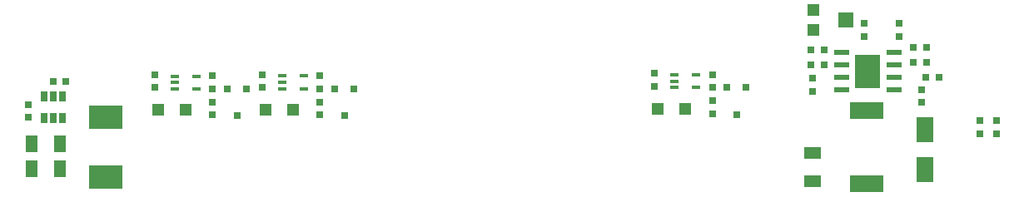
<source format=gbr>
%FSTAX26Y26*%
%MOMM*%
%SFA1B1*%

%IPPOS*%
%ADD28R,1.799996X1.299997*%
%ADD29R,1.699997X2.499995*%
%ADD30R,1.199998X1.199998*%
%ADD31R,1.199998X1.199998*%
%ADD32R,3.499993X1.799996*%
%ADD33R,0.769998X0.799998*%
%ADD34R,1.499997X1.599997*%
%ADD35R,1.599997X0.609999*%
%ADD36R,2.619995X3.509993*%
%ADD38R,1.299997X1.799996*%
%ADD39R,0.649999X0.799998*%
%ADD40R,3.499993X2.349995*%
%ADD41R,0.699999X0.999998*%
%ADD42R,0.799998X0.649999*%
%ADD65R,0.849998X0.349999*%
%ADD66R,0.849998X0.349999*%
%LNpcb1_paste_bot-1*%
%LPD*%
G54D28*
X08255Y0261399D03*
Y05513984D03*
G54D29*
X19685Y03841978D03*
Y07841996D03*
G54D30*
X-47403994Y09906D03*
X-58325994D03*
X-07525994Y10033D03*
G54D31*
X-5546598Y09906D03*
X-4454398D03*
X-0466598Y10033D03*
X08357996Y18049976D03*
Y20049998D03*
G54D32*
X13716076Y02395982D03*
Y09795992D03*
G54D33*
X-50292Y09297974D03*
X-49331981Y12037999D03*
X-51251993D03*
X-40329993D03*
X-3937Y09297974D03*
X-38409981Y12037999D03*
X-00451993Y12164999D03*
X01467993D03*
X00508Y09424974D03*
G54D34*
X11607977Y1905D03*
G54D35*
X11176Y11938D03*
X16575989D03*
Y13208D03*
Y14478D03*
Y15748D03*
X11176D03*
Y14478D03*
Y13208D03*
G54D36*
X13875994Y13843D03*
G54D38*
X-71172984Y03937D03*
X-6827299D03*
Y06477D03*
X-71172984D03*
G54D39*
X-68975986Y12827D03*
X-67675988D03*
X08112988Y14478D03*
X09412986D03*
Y16002D03*
X08112988D03*
X18526988Y16256D03*
Y14732D03*
X19826986D03*
Y16256D03*
X19796988Y13208D03*
X21096986D03*
G54D40*
X-63627Y03070987D03*
Y09120987D03*
G54D41*
X-69910985Y09075978D03*
X-68961D03*
X-68010989D03*
Y11274983D03*
X-68961Y11275009D03*
X-69910985D03*
G54D42*
X-47752Y12176988D03*
Y13476986D03*
X-52832Y13349986D03*
Y12049988D03*
Y10682986D03*
Y09382988D03*
X-58674Y13476986D03*
Y12176988D03*
X-71501Y10428986D03*
Y09128988D03*
X-4191Y09398D03*
Y10697997D03*
Y12049988D03*
Y13349986D03*
X-07874Y13603986D03*
Y12303988D03*
X-01905Y12176988D03*
Y10809986D03*
Y09509988D03*
Y13476986D03*
X08255Y11795988D03*
Y13095986D03*
X13462Y17383988D03*
Y18683986D03*
X17018D03*
Y17383988D03*
X19304Y11952986D03*
Y10652988D03*
X25273Y07477988D03*
X26924D03*
Y08777986D03*
X25273D03*
G54D65*
X-54441979Y12034977D03*
Y13335D03*
X-56641974D03*
X-56642Y12034977D03*
X-45676896Y12049963D03*
X-43476976Y12049988D03*
Y13349986D03*
X-45676972D03*
X-05798997Y12176988D03*
X-03598976D03*
Y13476986D03*
X-05798972D03*
G54D66*
X-45677023Y12699339D03*
X-56642Y12685014D03*
X-05798997Y12827D03*
M02*
</source>
